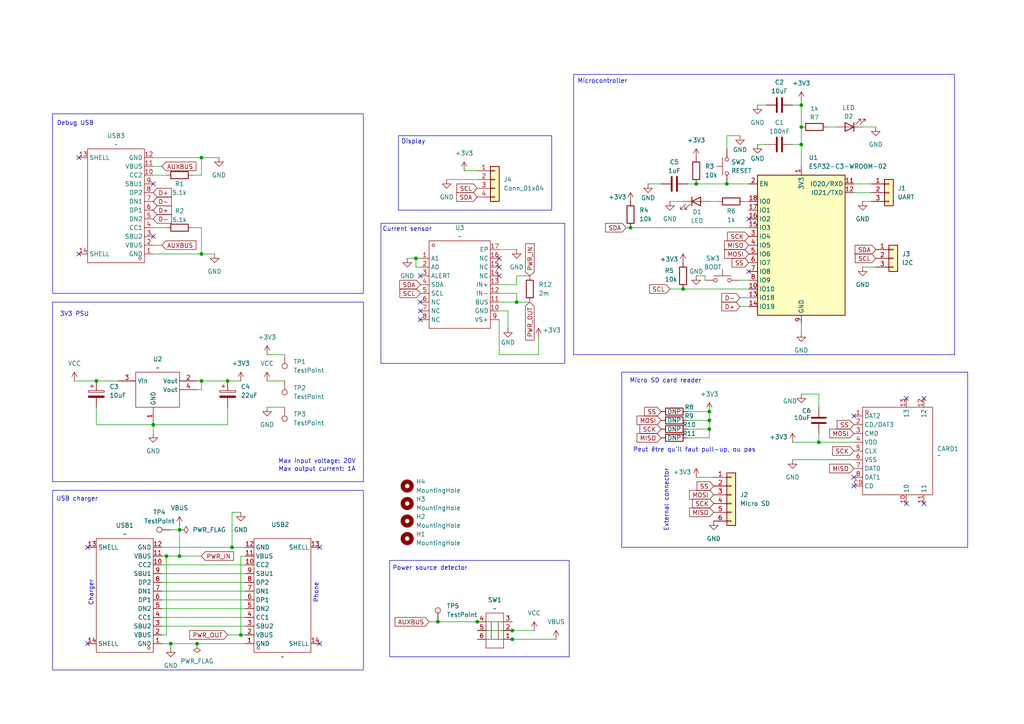
<source format=kicad_sch>
(kicad_sch (version 20250114) (generator "eeschema") (generator_version "9.0")
  (paper "A4")
  (title_block (date "2025-04-14") (company "Pierre Courbin, Gauthier Heiss, Sébastien Larinier"))
  (lib_symbols
    (symbol "Connector:TestPoint" (pin_numbers (hide yes)) (pin_names (offset 0.762) (hide yes))
      (property "Reference" "TP" (at 0 6.858 0))
      (property "Value" "TestPoint" (at 0 5.08 0))
      (symbol "TestPoint_1_1"
        (pin passive line (at 0 0 90) (length 2.54) (name "1") (number "1"))
      )
    )
    (symbol "Connector_Generic:Conn_01x03" (pin_names (offset 1.016) (hide yes))
      (property "Reference" "J" (at 0 5.08 0))
      (property "Value" "Conn_01x03" (at 0 -5.08 0))
      (symbol "Conn_01x03_1_1"
        (pin passive line (at -5.08 2.54 0) (length 3.81) (name "Pin_1") (number "1"))
        (pin passive line (at -5.08 0 0) (length 3.81) (name "Pin_2") (number "2"))
        (pin passive line (at -5.08 -2.54 0) (length 3.81) (name "Pin_3") (number "3"))
      )
    )
    (symbol "Connector_Generic:Conn_01x04" (pin_names (offset 1.016) (hide yes))
      (property "Reference" "J" (at 0 5.08 0))
      (property "Value" "Conn_01x04" (at 0 -7.62 0))
      (symbol "Conn_01x04_1_1"
        (pin passive line (at -5.08 2.54 0) (length 3.81) (name "Pin_1") (number "1"))
        (pin passive line (at -5.08 0 0) (length 3.81) (name "Pin_2") (number "2"))
        (pin passive line (at -5.08 -2.54 0) (length 3.81) (name "Pin_3") (number "3"))
        (pin passive line (at -5.08 -5.08 0) (length 3.81) (name "Pin_4") (number "4"))
      )
    )
    (symbol "Connector_Generic:Conn_01x06" (pin_names (offset 1.016) (hide yes))
      (property "Reference" "J" (at 0 7.62 0))
      (property "Value" "Conn_01x06" (at 0 -10.16 0))
      (symbol "Conn_01x06_1_1"
        (pin passive line (at -5.08 5.08 0) (length 3.81) (name "Pin_1") (number "1"))
        (pin passive line (at -5.08 2.54 0) (length 3.81) (name "Pin_2") (number "2"))
        (pin passive line (at -5.08 0 0) (length 3.81) (name "Pin_3") (number "3"))
        (pin passive line (at -5.08 -2.54 0) (length 3.81) (name "Pin_4") (number "4"))
        (pin passive line (at -5.08 -5.08 0) (length 3.81) (name "Pin_5") (number "5"))
        (pin passive line (at -5.08 -7.62 0) (length 3.81) (name "Pin_6") (number "6"))
      )
    )
    (symbol "Device:C" (pin_numbers (hide yes)) (pin_names (offset 0.254))
      (property "Reference" "C" (at 0.635 2.54 0))
      (property "Value" "C" (at 0.635 -2.54 0))
      (symbol "C_1_1"
        (pin passive line (at 0 3.81 270) (length 2.794) (name "~") (number "1"))
        (pin passive line (at 0 -3.81 90) (length 2.794) (name "~") (number "2"))
      )
    )
    (symbol "Device:C_Polarized" (pin_numbers (hide yes)) (pin_names (offset 0.254))
      (property "Reference" "C" (at 0.635 2.54 0))
      (property "Value" "C_Polarized" (at 0.635 -2.54 0))
      (symbol "C_Polarized_1_1"
        (pin passive line (at 0 3.81 270) (length 2.794) (name "~") (number "1"))
        (pin passive line (at 0 -3.81 90) (length 2.794) (name "~") (number "2"))
      )
    )
    (symbol "Device:LED" (pin_numbers (hide yes)) (pin_names (offset 1.016) (hide yes))
      (property "Reference" "D" (at 0 2.54 0))
      (property "Value" "LED" (at 0 -2.54 0))
      (symbol "LED_1_1"
        (pin passive line (at -3.81 0 0) (length 2.54) (name "K") (number "1"))
        (pin passive line (at 3.81 0 180) (length 2.54) (name "A") (number "2"))
      )
    )
    (symbol "Device:R" (pin_numbers (hide yes)) (pin_names (offset 0))
      (property "Reference" "R" (at 2.032 0 90))
      (property "Value" "R" (at 0 0 90))
      (symbol "R_1_1"
        (pin passive line (at 0 3.81 270) (length 1.27) (name "~") (number "1"))
        (pin passive line (at 0 -3.81 90) (length 1.27) (name "~") (number "2"))
      )
    )
    (symbol "LocalLib:CJT1117B-3.3"
      (property "Reference" "U" (at 0 0 0))
      (symbol "CJT1117B-3.3_1_0"
        (pin unspecified line (at -11.43 5.08 0) (length 5.08) (name "Vin") (number "3"))
        (pin unspecified line (at -1.27 -7.62 90) (length 5.08) (name "GND") (number "1"))
        (pin unspecified line (at 11.43 5.08 180) (length 5.08) (name "Vout") (number "2"))
        (pin unspecified line (at 11.43 2.54 180) (length 5.08) (name "Vout") (number "4"))
      )
    )
    (symbol "LocalLib:HOOYA MS-22D17AG2.5-B"
      (property "Reference" "SW" (at 0 0 0))
      (symbol "HOOYA MS-22D17AG2.5-B_1_0"
        (pin unspecified line (at -2.54 5.08 270) (length 2.54) (name "6") (number "6"))
        (pin unspecified line (at -2.54 -5.08 90) (length 2.54) (name "1") (number "1"))
        (pin unspecified line (at 0 5.08 270) (length 2.54) (name "5") (number "5"))
        (pin unspecified line (at 0 -5.08 90) (length 2.54) (name "2") (number "2"))
        (pin unspecified line (at 2.54 5.08 270) (length 2.54) (name "4") (number "4"))
        (pin unspecified line (at 2.54 -5.08 90) (length 2.54) (name "3") (number "3"))
      )
    )
    (symbol "LocalLib:INA230AIRGTT"
      (property "Reference" "U" (at 0 0 0))
      (symbol "INA230AIRGTT_1_0"
        (pin unspecified line (at -11.43 7.62 0) (length 2.54) (name "A1") (number "1"))
        (pin unspecified line (at -11.43 5.08 0) (length 2.54) (name "A0") (number "2"))
        (pin unspecified line (at -11.43 2.54 0) (length 2.54) (name "ALERT") (number "3"))
        (pin unspecified line (at -11.43 0 0) (length 2.54) (name "SDA") (number "4"))
        (pin unspecified line (at -11.43 -2.54 0) (length 2.54) (name "SCL") (number "5"))
        (pin unspecified line (at -11.43 -5.08 0) (length 2.54) (name "NC") (number "6"))
        (pin unspecified line (at -11.43 -7.62 0) (length 2.54) (name "NC") (number "7"))
        (pin unspecified line (at -11.43 -10.16 0) (length 2.54) (name "NC") (number "8"))
        (pin unspecified line (at 11.43 10.16 180) (length 2.54) (name "EP") (number "17"))
        (pin unspecified line (at 11.43 7.62 180) (length 2.54) (name "NC") (number "16"))
        (pin unspecified line (at 11.43 5.08 180) (length 2.54) (name "NC") (number "15"))
        (pin unspecified line (at 11.43 2.54 180) (length 2.54) (name "NC") (number "14"))
        (pin unspecified line (at 11.43 0 180) (length 2.54) (name "IN+") (number "13"))
        (pin unspecified line (at 11.43 -2.54 180) (length 2.54) (name "IN-") (number "12"))
        (pin unspecified line (at 11.43 -5.08 180) (length 2.54) (name "BUS") (number "11"))
        (pin unspecified line (at 11.43 -7.62 180) (length 2.54) (name "GND") (number "10"))
        (pin unspecified line (at 11.43 -10.16 180) (length 2.54) (name "VS+") (number "9"))
      )
    )
    (symbol "LocalLib:TF PUSH"
      (property "Reference" "CARD" (at 0 0 0))
      (symbol "TF PUSH_1_0"
        (pin unspecified line (at -10.16 10.16 0) (length 2.54) (name "DAT2") (number "1"))
        (pin unspecified line (at -10.16 7.62 0) (length 2.54) (name "CD/DAT3") (number "2"))
        (pin unspecified line (at -10.16 5.08 0) (length 2.54) (name "CMD") (number "3"))
        (pin unspecified line (at -10.16 2.54 0) (length 2.54) (name "VDD") (number "4"))
        (pin unspecified line (at -10.16 0 0) (length 2.54) (name "CLX") (number "5"))
        (pin unspecified line (at -10.16 -2.54 0) (length 2.54) (name "VSS") (number "6"))
        (pin unspecified line (at -10.16 -5.08 0) (length 2.54) (name "DAT0") (number "7"))
        (pin unspecified line (at -10.16 -7.62 0) (length 2.54) (name "DAT1") (number "8"))
        (pin unspecified line (at -10.16 -10.16 0) (length 2.54) (name "CD") (number "CD"))
        (pin unspecified line (at 5.08 15.24 270) (length 2.54) (name "13") (number "13"))
        (pin unspecified line (at 5.08 -15.24 90) (length 2.54) (name "10") (number "10"))
        (pin unspecified line (at 10.16 15.24 270) (length 2.54) (name "12") (number "12"))
        (pin unspecified line (at 10.16 -15.24 90) (length 2.54) (name "11") (number "11"))
      )
    )
    (symbol "LocalLib:TYPE-C 16PIN 2MD(073)"
      (property "Reference" "USB" (at 0 0 0))
      (symbol "TYPE-C 16PIN 2MD(073)_1_0"
        (pin unspecified line (at -11.43 13.97 0) (length 2.54) (name "GND") (number "1"))
        (pin unspecified line (at -11.43 11.43 0) (length 2.54) (name "VBUS") (number "2"))
        (pin unspecified line (at -11.43 8.89 0) (length 2.54) (name "SBU2") (number "3"))
        (pin unspecified line (at -11.43 6.35 0) (length 2.54) (name "CC1") (number "4"))
        (pin unspecified line (at -11.43 3.81 0) (length 2.54) (name "DN2") (number "5"))
        (pin unspecified line (at -11.43 1.27 0) (length 2.54) (name "DP1") (number "6"))
        (pin unspecified line (at -11.43 -1.27 0) (length 2.54) (name "DN1") (number "7"))
        (pin unspecified line (at -11.43 -3.81 0) (length 2.54) (name "DP2") (number "8"))
        (pin unspecified line (at -11.43 -6.35 0) (length 2.54) (name "SBU1") (number "9"))
        (pin unspecified line (at -11.43 -8.89 0) (length 2.54) (name "CC2") (number "10"))
        (pin unspecified line (at -11.43 -11.43 0) (length 2.54) (name "VBUS") (number "11"))
        (pin unspecified line (at -11.43 -13.97 0) (length 2.54) (name "GND") (number "12"))
        (pin unspecified line (at 10.16 13.97 180) (length 2.54) (name "SHELL") (number "14"))
        (pin unspecified line (at 10.16 -13.97 180) (length 2.54) (name "SHELL") (number "13"))
      )
    )
    (symbol "Mechanical:MountingHole" (pin_names (offset 1.016)) (exclude_from_sim yes) (in_bom no)
      (property "Reference" "H" (at 0 5.08 0))
      (property "Value" "MountingHole" (at 0 3.175 0))
    )
    (symbol "RF_Module:ESP32-C3-WROOM-02"
      (property "Reference" "U" (at -12.192 21.336 0))
      (property "Value" "ESP32-C3-WROOM-02" (at 12.192 21.336 0))
      (symbol "ESP32-C3-WROOM-02_1_1"
        (pin input line (at -15.24 17.78 0) (length 2.54) (name "EN") (number "2"))
        (pin bidirectional line (at -15.24 12.7 0) (length 2.54) (name "IO0") (number "18"))
        (pin bidirectional line (at -15.24 10.16 0) (length 2.54) (name "IO1") (number "17"))
        (pin bidirectional line (at -15.24 7.62 0) (length 2.54) (name "IO2") (number "16"))
        (pin bidirectional line (at -15.24 5.08 0) (length 2.54) (name "IO3") (number "15"))
        (pin bidirectional line (at -15.24 2.54 0) (length 2.54) (name "IO4") (number "3"))
        (pin bidirectional line (at -15.24 0 0) (length 2.54) (name "IO5") (number "4"))
        (pin bidirectional line (at -15.24 -2.54 0) (length 2.54) (name "IO6") (number "5"))
        (pin bidirectional line (at -15.24 -5.08 0) (length 2.54) (name "IO7") (number "6"))
        (pin bidirectional line (at -15.24 -7.62 0) (length 2.54) (name "IO8") (number "7"))
        (pin bidirectional line (at -15.24 -10.16 0) (length 2.54) (name "IO9") (number "8"))
        (pin bidirectional line (at -15.24 -12.7 0) (length 2.54) (name "IO10") (number "10"))
        (pin bidirectional line (at -15.24 -15.24 0) (length 2.54) (name "IO18") (number "13"))
        (pin bidirectional line (at -15.24 -17.78 0) (length 2.54) (name "IO19") (number "14"))
        (pin power_in line (at 0 22.86 270) (length 2.54) (name "3V3") (number "1"))
        (pin passive line (at 0 -22.86 90) (length 2.54) (hide yes) (name "GND") (number "19"))
        (pin power_in line (at 0 -22.86 90) (length 2.54) (name "GND") (number "9"))
        (pin bidirectional line (at 15.24 17.78 180) (length 2.54) (name "IO20/RXD") (number "11"))
        (pin bidirectional line (at 15.24 15.24 180) (length 2.54) (name "IO21/TXD") (number "12"))
      )
    )
    (symbol "Switch:SW_Push" (pin_numbers (hide yes)) (pin_names (offset 1.016) (hide yes))
      (property "Reference" "SW" (at 1.27 2.54 0))
      (property "Value" "SW_Push" (at 0 -1.524 0))
      (symbol "SW_Push_0_1"
        (pin passive line (at -5.08 0 0) (length 2.54) (name "1") (number "1"))
        (pin passive line (at 5.08 0 180) (length 2.54) (name "2") (number "2"))
      )
    )
    (symbol "power:+3V3" (power) (pin_numbers (hide yes)) (pin_names (offset 0) (hide yes))
      (property "Value" "+3V3" (at 0 3.556 0))
      (symbol "+3V3_1_1"
        (pin power_in line (at 0 0 90) (length 0) (name "~") (number "1"))
      )
    )
    (symbol "power:GND" (power) (pin_numbers (hide yes)) (pin_names (offset 0) (hide yes))
      (property "Value" "GND" (at 0 -3.81 0))
      (symbol "GND_1_1"
        (pin power_in line (at 0 0 270) (length 0) (name "~") (number "1"))
      )
    )
    (symbol "power:PWR_FLAG" (power) (pin_numbers (hide yes)) (pin_names (offset 0) (hide yes))
      (property "Value" "PWR_FLAG" (at 0 3.81 0))
      (symbol "PWR_FLAG_0_0"
        (pin power_out line (at 0 0 90) (length 0) (name "~") (number "1"))
      )
    )
    (symbol "power:VBUS" (power) (pin_numbers (hide yes)) (pin_names (offset 0) (hide yes))
      (property "Value" "VBUS" (at 0 3.556 0))
      (symbol "VBUS_1_1"
        (pin power_in line (at 0 0 90) (length 0) (name "~") (number "1"))
      )
    )
    (symbol "power:VCC" (power) (pin_numbers (hide yes)) (pin_names (offset 0) (hide yes))
      (property "Value" "VCC" (at 0 3.556 0))
      (symbol "VCC_1_1"
        (pin power_in line (at 0 0 90) (length 0) (name "~") (number "1"))
      )
    )
  )
  (rectangle (start 166.37 21.59) (end 276.86 102.87))
  (rectangle (start 15.24 87.63) (end 105.41 139.7))
  (rectangle (start 15.24 142.24) (end 105.41 194.31))
  (rectangle (start 115.57 39.37) (end 160.02 60.96))
  (rectangle (start 110.49 64.77) (end 163.83 105.41))
  (rectangle (start 180.34 107.95) (end 280.67 158.75))
  (rectangle (start 15.24 33.02) (end 105.41 85.09))
  (rectangle (start 113.03 162.56) (end 165.1 190.5))
  (text "Max input voltage: 20V" (at 91.948 133.858 0) (effects (font (size 1.27 1.27))))
  (text "Current sensor" (at 118.11 66.548 0) (effects (font (size 1.27 1.27))))
  (text "Micro SD card reader" (at 193.04 110.49 0) (effects (font (size 1.27 1.27))))
  (text "3V3 PSU" (at 21.59 91.186 0) (effects (font (size 1.27 1.27))))
  (text "Display" (at 119.888 41.148 0) (effects (font (size 1.27 1.27))))
  (text "Power source detector" (at 124.714 164.846 0) (effects (font (size 1.27 1.27))))
  (text "Microcontroller" (at 174.752 23.622 0) (effects (font (size 1.27 1.27))))
  (text "External connector" (at 193.294 145.034 90) (effects (font (size 1.27 1.27))))
  (text "USB charger" (at 22.352 144.78 0) (effects (font (size 1.27 1.27))))
  (text "Phone" (at 91.694 171.958 90) (effects (font (size 1.27 1.27))))
  (text "Peut être qu'il faut pull-up, ou pas" (at 201.422 130.556 0) (effects (font (size 1.27 1.27))))
  (text "Debug USB" (at 21.844 35.814 0) (effects (font (size 1.27 1.27))))
  (text "Charger" (at 26.416 171.958 90) (effects (font (size 1.27 1.27))))
  (text "Max output current: 1A" (at 91.948 136.144 0) (effects (font (size 1.27 1.27))))
  (junction (at 148.59 185.42))
  (junction (at 198.12 83.82))
  (junction (at 49.53 186.69))
  (junction (at 205.74 121.92))
  (junction (at 52.07 153.67))
  (junction (at 201.93 53.34))
  (junction (at 232.41 41.91))
  (junction (at 48.26 161.29))
  (junction (at 69.85 184.15))
  (junction (at 149.86 87.63))
  (junction (at 237.49 128.27))
  (junction (at 52.07 161.29))
  (junction (at 232.41 36.83))
  (junction (at 58.42 110.49))
  (junction (at 205.74 124.46))
  (junction (at 27.94 110.49))
  (junction (at 232.41 30.48))
  (junction (at 66.04 110.49))
  (junction (at 44.45 123.19))
  (junction (at 58.42 73.66))
  (junction (at 120.65 74.93))
  (junction (at 58.42 45.72))
  (junction (at 210.82 53.34))
  (junction (at 148.59 182.88))
  (junction (at 127 180.34))
  (junction (at 67.31 158.75))
  (junction (at 138.43 180.34))
  (junction (at 57.15 186.69))
  (junction (at 205.74 119.38))
  (junction (at 182.88 66.04))
  (no_connect (at 44.45 53.34))
  (no_connect (at 92.71 186.69))
  (no_connect (at 217.17 63.5))
  (no_connect (at 44.45 68.58))
  (no_connect (at 144.78 77.47))
  (no_connect (at 267.97 146.05))
  (no_connect (at 247.65 120.65))
  (no_connect (at 121.92 80.01))
  (no_connect (at 121.92 90.17))
  (no_connect (at 262.89 115.57))
  (no_connect (at 217.17 78.74))
  (no_connect (at 247.65 140.97))
  (no_connect (at 262.89 146.05))
  (no_connect (at 22.86 45.72))
  (no_connect (at 22.86 73.66))
  (no_connect (at 144.78 80.01))
  (no_connect (at 267.97 115.57))
  (no_connect (at 92.71 158.75))
  (no_connect (at 247.65 138.43))
  (no_connect (at 121.92 87.63))
  (no_connect (at 144.78 74.93))
  (no_connect (at 25.4 186.69))
  (no_connect (at 25.4 158.75))
  (no_connect (at 121.92 92.71))
  (wire (pts (xy 147.32 90.17) (xy 147.32 95.25)))
  (wire (pts (xy 138.43 180.34) (xy 148.59 180.34)))
  (wire (pts (xy 44.45 45.72) (xy 58.42 45.72)))
  (wire (pts (xy 199.39 53.34) (xy 201.93 53.34)))
  (wire (pts (xy 118.11 74.93) (xy 120.65 74.93)))
  (wire (pts (xy 46.99 171.45) (xy 71.12 171.45)))
  (wire (pts (xy 205.74 121.92) (xy 205.74 119.38)))
  (wire (pts (xy 182.88 66.04) (xy 217.17 66.04)))
  (wire (pts (xy 138.43 182.88) (xy 148.59 182.88)))
  (wire (pts (xy 69.85 161.29) (xy 69.85 184.15)))
  (wire (pts (xy 121.92 77.47) (xy 120.65 77.47)))
  (wire (pts (xy 49.53 186.69) (xy 57.15 186.69)))
  (wire (pts (xy 44.45 50.8) (xy 48.26 50.8)))
  (wire (pts (xy 134.62 49.53) (xy 138.43 49.53)))
  (wire (pts (xy 215.9 58.42) (xy 217.17 58.42)))
  (wire (pts (xy 46.99 186.69) (xy 49.53 186.69)))
  (wire (pts (xy 232.41 29.21) (xy 232.41 30.48)))
  (wire (pts (xy 52.07 152.4) (xy 52.07 153.67)))
  (wire (pts (xy 144.78 90.17) (xy 147.32 90.17)))
  (wire (pts (xy 247.65 55.88) (xy 252.73 55.88)))
  (wire (pts (xy 58.42 73.66) (xy 62.23 73.66)))
  (wire (pts (xy 44.45 48.26) (xy 46.99 48.26)))
  (wire (pts (xy 46.99 161.29) (xy 48.26 161.29)))
  (wire (pts (xy 46.99 184.15) (xy 48.26 184.15)))
  (wire (pts (xy 229.87 30.48) (xy 232.41 30.48)))
  (wire (pts (xy 148.59 185.42) (xy 161.29 185.42)))
  (wire (pts (xy 250.19 58.42) (xy 252.73 58.42)))
  (wire (pts (xy 58.42 66.04) (xy 58.42 73.66)))
  (wire (pts (xy 237.49 125.73) (xy 237.49 128.27)))
  (wire (pts (xy 250.19 36.83) (xy 254 36.83)))
  (wire (pts (xy 46.99 168.91) (xy 71.12 168.91)))
  (wire (pts (xy 46.99 163.83) (xy 71.12 163.83)))
  (wire (pts (xy 46.99 181.61) (xy 71.12 181.61)))
  (wire (pts (xy 229.87 41.91) (xy 232.41 41.91)))
  (wire (pts (xy 201.93 53.34) (xy 210.82 53.34)))
  (wire (pts (xy 44.45 123.19) (xy 44.45 125.73)))
  (wire (pts (xy 55.88 66.04) (xy 58.42 66.04)))
  (wire (pts (xy 205.74 58.42) (xy 208.28 58.42)))
  (wire (pts (xy 149.86 80.01) (xy 153.67 80.01)))
  (wire (pts (xy 58.42 110.49) (xy 66.04 110.49)))
  (wire (pts (xy 149.86 85.09) (xy 149.86 87.63)))
  (wire (pts (xy 52.07 161.29) (xy 58.42 161.29)))
  (wire (pts (xy 144.78 82.55) (xy 149.86 82.55)))
  (wire (pts (xy 232.41 30.48) (xy 232.41 36.83)))
  (wire (pts (xy 149.86 87.63) (xy 153.67 87.63)))
  (wire (pts (xy 149.86 82.55) (xy 149.86 80.01)))
  (wire (pts (xy 198.12 83.82) (xy 217.17 83.82)))
  (wire (pts (xy 229.87 133.35) (xy 247.65 133.35)))
  (wire (pts (xy 77.47 110.49) (xy 82.55 110.49)))
  (wire (pts (xy 46.99 176.53) (xy 71.12 176.53)))
  (wire (pts (xy 187.96 53.34) (xy 191.77 53.34)))
  (wire (pts (xy 144.78 92.71) (xy 144.78 102.87)))
  (wire (pts (xy 205.74 127) (xy 205.74 124.46)))
  (wire (pts (xy 247.65 53.34) (xy 252.73 53.34)))
  (wire (pts (xy 199.39 124.46) (xy 205.74 124.46)))
  (wire (pts (xy 49.53 153.67) (xy 52.07 153.67)))
  (wire (pts (xy 129.54 52.07) (xy 138.43 52.07)))
  (wire (pts (xy 57.15 110.49) (xy 58.42 110.49)))
  (wire (pts (xy 44.45 66.04) (xy 48.26 66.04)))
  (wire (pts (xy 49.53 186.69) (xy 49.53 187.96)))
  (wire (pts (xy 138.43 185.42) (xy 148.59 185.42)))
  (wire (pts (xy 219.71 30.48) (xy 222.25 30.48)))
  (wire (pts (xy 77.47 102.87) (xy 82.55 102.87)))
  (wire (pts (xy 181.61 66.04) (xy 182.88 66.04)))
  (wire (pts (xy 214.63 88.9) (xy 217.17 88.9)))
  (wire (pts (xy 210.82 43.18) (xy 210.82 39.37)))
  (wire (pts (xy 199.39 119.38) (xy 205.74 119.38)))
  (wire (pts (xy 21.59 110.49) (xy 27.94 110.49)))
  (wire (pts (xy 201.93 138.43) (xy 207.01 138.43)))
  (wire (pts (xy 214.63 81.28) (xy 217.17 81.28)))
  (wire (pts (xy 71.12 161.29) (xy 69.85 161.29)))
  (wire (pts (xy 58.42 113.03) (xy 58.42 110.49)))
  (wire (pts (xy 240.03 36.83) (xy 242.57 36.83)))
  (wire (pts (xy 232.41 36.83) (xy 232.41 41.91)))
  (wire (pts (xy 237.49 114.3) (xy 237.49 118.11)))
  (wire (pts (xy 69.85 148.59) (xy 67.31 148.59)))
  (wire (pts (xy 57.15 186.69) (xy 71.12 186.69)))
  (wire (pts (xy 194.31 58.42) (xy 198.12 58.42)))
  (wire (pts (xy 214.63 86.36) (xy 217.17 86.36)))
  (wire (pts (xy 46.99 166.37) (xy 71.12 166.37)))
  (wire (pts (xy 66.04 123.19) (xy 44.45 123.19)))
  (wire (pts (xy 219.71 41.91) (xy 222.25 41.91)))
  (wire (pts (xy 144.78 72.39) (xy 149.86 72.39)))
  (wire (pts (xy 58.42 50.8) (xy 58.42 45.72)))
  (wire (pts (xy 66.04 118.11) (xy 66.04 123.19)))
  (wire (pts (xy 205.74 124.46) (xy 205.74 121.92)))
  (wire (pts (xy 46.99 71.12) (xy 44.45 71.12)))
  (wire (pts (xy 250.19 77.47) (xy 254 77.47)))
  (wire (pts (xy 55.88 50.8) (xy 58.42 50.8)))
  (wire (pts (xy 237.49 114.3) (xy 232.41 114.3)))
  (wire (pts (xy 66.04 184.15) (xy 69.85 184.15)))
  (wire (pts (xy 46.99 173.99) (xy 71.12 173.99)))
  (wire (pts (xy 120.65 77.47) (xy 120.65 74.93)))
  (wire (pts (xy 194.31 83.82) (xy 198.12 83.82)))
  (wire (pts (xy 144.78 102.87) (xy 156.21 102.87)))
  (wire (pts (xy 69.85 184.15) (xy 71.12 184.15)))
  (wire (pts (xy 66.04 110.49) (xy 69.85 110.49)))
  (wire (pts (xy 48.26 184.15) (xy 48.26 161.29)))
  (wire (pts (xy 52.07 153.67) (xy 52.07 161.29)))
  (wire (pts (xy 58.42 45.72) (xy 63.5 45.72)))
  (wire (pts (xy 77.47 118.11) (xy 82.55 118.11)))
  (wire (pts (xy 57.15 113.03) (xy 58.42 113.03)))
  (wire (pts (xy 144.78 87.63) (xy 149.86 87.63)))
  (wire (pts (xy 46.99 158.75) (xy 67.31 158.75)))
  (wire (pts (xy 204.47 81.28) (xy 204.47 80.01)))
  (wire (pts (xy 48.26 161.29) (xy 52.07 161.29)))
  (wire (pts (xy 229.87 128.27) (xy 237.49 128.27)))
  (wire (pts (xy 127 180.34) (xy 138.43 180.34)))
  (wire (pts (xy 232.41 93.98) (xy 232.41 96.52)))
  (wire (pts (xy 232.41 41.91) (xy 232.41 48.26)))
  (wire (pts (xy 67.31 158.75) (xy 71.12 158.75)))
  (wire (pts (xy 144.78 85.09) (xy 149.86 85.09)))
  (wire (pts (xy 156.21 102.87) (xy 156.21 97.79)))
  (wire (pts (xy 124.46 180.34) (xy 127 180.34)))
  (wire (pts (xy 44.45 73.66) (xy 58.42 73.66)))
  (wire (pts (xy 210.82 53.34) (xy 217.17 53.34)))
  (wire (pts (xy 199.39 121.92) (xy 205.74 121.92)))
  (wire (pts (xy 46.99 179.07) (xy 71.12 179.07)))
  (wire (pts (xy 27.94 110.49) (xy 34.29 110.49)))
  (wire (pts (xy 27.94 123.19) (xy 44.45 123.19)))
  (wire (pts (xy 27.94 118.11) (xy 27.94 123.19)))
  (wire (pts (xy 204.47 80.01) (xy 201.93 80.01)))
  (wire (pts (xy 199.39 127) (xy 205.74 127)))
  (wire (pts (xy 67.31 148.59) (xy 67.31 158.75)))
  (wire (pts (xy 148.59 182.88) (xy 154.94 182.88)))
  (wire (pts (xy 237.49 128.27) (xy 247.65 128.27)))
  (wire (pts (xy 120.65 74.93) (xy 121.92 74.93)))
  (wire (pts (xy 210.82 39.37) (xy 214.63 39.37)))
  (global_label "SS" (shape input) (at 217.17 76.2 180) (property "Intersheetrefs" "${INTERSHEET_REFS}" (effects (hide yes))))
  (global_label "SCK" (shape input) (at 191.77 124.46 180) (property "Intersheetrefs" "${INTERSHEET_REFS}" (effects (hide yes))))
  (global_label "SCK" (shape input) (at 217.17 68.58 180) (property "Intersheetrefs" "${INTERSHEET_REFS}" (effects (hide yes))))
  (global_label "SDA" (shape input) (at 254 72.39 180) (property "Intersheetrefs" "${INTERSHEET_REFS}" (effects (hide yes))))
  (global_label "SS" (shape input) (at 191.77 119.38 180) (property "Intersheetrefs" "${INTERSHEET_REFS}" (effects (hide yes))))
  (global_label "SCL" (shape input) (at 138.43 54.61 180) (property "Intersheetrefs" "${INTERSHEET_REFS}" (effects (hide yes))))
  (global_label "AUXBUS" (shape input) (at 46.99 71.12 0) (property "Intersheetrefs" "${INTERSHEET_REFS}" (effects (hide yes))))
  (global_label "PWR_OUT" (shape input) (at 66.04 184.15 180) (property "Intersheetrefs" "${INTERSHEET_REFS}" (effects (hide yes))))
  (global_label "MISO" (shape input) (at 247.65 135.89 180) (property "Intersheetrefs" "${INTERSHEET_REFS}" (effects (hide yes))))
  (global_label "SDA" (shape input) (at 181.61 66.04 180) (property "Intersheetrefs" "${INTERSHEET_REFS}" (effects (hide yes))))
  (global_label "SS" (shape input) (at 207.01 140.97 180) (property "Intersheetrefs" "${INTERSHEET_REFS}" (effects (hide yes))))
  (global_label "MOSI" (shape input) (at 217.17 73.66 180) (property "Intersheetrefs" "${INTERSHEET_REFS}" (effects (hide yes))))
  (global_label "MOSI" (shape input) (at 247.65 125.73 180) (property "Intersheetrefs" "${INTERSHEET_REFS}" (effects (hide yes))))
  (global_label "MOSI" (shape input) (at 207.01 143.51 180) (property "Intersheetrefs" "${INTERSHEET_REFS}" (effects (hide yes))))
  (global_label "AUXBUS" (shape input) (at 124.46 180.34 180) (property "Intersheetrefs" "${INTERSHEET_REFS}" (effects (hide yes))))
  (global_label "SDA" (shape input) (at 138.43 57.15 180) (property "Intersheetrefs" "${INTERSHEET_REFS}" (effects (hide yes))))
  (global_label "D+" (shape input) (at 214.63 88.9 180) (property "Intersheetrefs" "${INTERSHEET_REFS}" (effects (hide yes))))
  (global_label "SCL" (shape input) (at 194.31 83.82 180) (property "Intersheetrefs" "${INTERSHEET_REFS}" (effects (hide yes))))
  (global_label "D-" (shape input) (at 44.45 63.5 0) (property "Intersheetrefs" "${INTERSHEET_REFS}" (effects (hide yes))))
  (global_label "PWR_OUT" (shape input) (at 153.67 87.63 270) (property "Intersheetrefs" "${INTERSHEET_REFS}" (effects (hide yes))))
  (global_label "SS" (shape input) (at 247.65 123.19 180) (property "Intersheetrefs" "${INTERSHEET_REFS}" (effects (hide yes))))
  (global_label "D+" (shape input) (at 44.45 55.88 0) (property "Intersheetrefs" "${INTERSHEET_REFS}" (effects (hide yes))))
  (global_label "SCL" (shape input) (at 254 74.93 180) (property "Intersheetrefs" "${INTERSHEET_REFS}" (effects (hide yes))))
  (global_label "D-" (shape input) (at 44.45 58.42 0) (property "Intersheetrefs" "${INTERSHEET_REFS}" (effects (hide yes))))
  (global_label "MISO" (shape input) (at 191.77 127 180) (property "Intersheetrefs" "${INTERSHEET_REFS}" (effects (hide yes))))
  (global_label "AUXBUS" (shape input) (at 46.99 48.26 0) (property "Intersheetrefs" "${INTERSHEET_REFS}" (effects (hide yes))))
  (global_label "SCK" (shape input) (at 207.01 146.05 180) (property "Intersheetrefs" "${INTERSHEET_REFS}" (effects (hide yes))))
  (global_label "SDA" (shape input) (at 121.92 82.55 180) (property "Intersheetrefs" "${INTERSHEET_REFS}" (effects (hide yes))))
  (global_label "D+" (shape input) (at 44.45 60.96 0) (property "Intersheetrefs" "${INTERSHEET_REFS}" (effects (hide yes))))
  (global_label "PWR_IN" (shape input) (at 153.67 80.01 90) (property "Intersheetrefs" "${INTERSHEET_REFS}" (effects (hide yes))))
  (global_label "SCL" (shape input) (at 121.92 85.09 180) (property "Intersheetrefs" "${INTERSHEET_REFS}" (effects (hide yes))))
  (global_label "D-" (shape input) (at 214.63 86.36 180) (property "Intersheetrefs" "${INTERSHEET_REFS}" (effects (hide yes))))
  (global_label "PWR_IN" (shape input) (at 58.42 161.29 0) (property "Intersheetrefs" "${INTERSHEET_REFS}" (effects (hide yes))))
  (global_label "MOSI" (shape input) (at 191.77 121.92 180) (property "Intersheetrefs" "${INTERSHEET_REFS}" (effects (hide yes))))
  (global_label "MISO" (shape input) (at 207.01 148.59 180) (property "Intersheetrefs" "${INTERSHEET_REFS}" (effects (hide yes))))
  (global_label "SCK" (shape input) (at 247.65 130.81 180) (property "Intersheetrefs" "${INTERSHEET_REFS}" (effects (hide yes))))
  (global_label "MISO" (shape input) (at 217.17 71.12 180) (property "Intersheetrefs" "${INTERSHEET_REFS}" (effects (hide yes))))
  (symbol (lib_id "Connector:TestPoint") (at 127 180.34 0) (unit 1)
    (property "Reference" "TP5" (at 129.54 175.7679 0) (effects (justify left)))
    (property "Value" "TestPoint" (at 129.54 178.3079 0) (effects (justify left)))
    (property "Footprint" "TestPoint:TestPoint_Pad_D2.0mm" (effects (hide yes)))
    (property "Description" "test point" (effects (hide yes)))
  )
  (symbol (lib_id "Connector_Generic:Conn_01x06") (at 212.09 143.51 0) (unit 1)
    (property "Reference" "J2" (at 214.63 143.5099 0) (effects (justify left)))
    (property "Value" "Micro SD" (at 214.63 146.0499 0) (effects (justify left)))
    (property "Footprint" "Connector_PinSocket_2.54mm:PinSocket_1x06_P2.54mm_Vertical_SMD_Pin1Left" (effects (hide yes)))
    (property "Description" "Generic connector, single row, 01x06, script generated (kicad-library-utils/schlib/autogen/connector/)" (effects (hide yes)))
  )
  (symbol (lib_id "power:GND") (at 149.86 72.39 0) (unit 1)
    (property "Reference" "#PWR039" (effects (hide yes)))
    (property "Value" "GND" (at 149.86 77.47 0))
    (property "Description" "Power symbol creates a global label with name \"GND\" , ground" (effects (hide yes)))
  )
  (symbol (lib_id "Device:R") (at 52.07 66.04 90) (unit 1)
    (property "Reference" "R2" (at 52.07 61.214 90))
    (property "Value" "5.1k" (at 52.07 63.754 90))
    (property "Footprint" "Resistor_SMD:R_0603_1608Metric_Pad0.98x0.95mm_HandSolder" (effects (hide yes)))
    (property "Description" "Resistor" (effects (hide yes)))
  )
  (symbol (lib_id "Connector:TestPoint") (at 82.55 102.87 180) (unit 1)
    (property "Reference" "TP1" (at 85.09 104.9019 0) (effects (justify right)))
    (property "Value" "TestPoint" (at 85.09 107.4419 0) (effects (justify right)))
    (property "Footprint" "TestPoint:TestPoint_Pad_D2.0mm" (effects (hide yes)))
    (property "Description" "test point" (effects (hide yes)))
  )
  (symbol (lib_id "power:GND") (at 77.47 118.11 0) (unit 1)
    (property "Reference" "#PWR06" (effects (hide yes)))
    (property "Value" "GND" (at 77.47 123.19 0))
    (property "Description" "Power symbol creates a global label with name \"GND\" , ground" (effects (hide yes)))
  )
  (symbol (lib_id "power:GND") (at 194.31 58.42 0) (unit 1)
    (property "Reference" "#PWR025" (effects (hide yes)))
    (property "Value" "GND" (at 194.31 63.5 0))
    (property "Description" "Power symbol creates a global label with name \"GND\" , ground" (effects (hide yes)))
  )
  (symbol (lib_id "power:GND") (at 250.19 58.42 0) (unit 1)
    (property "Reference" "#PWR021" (effects (hide yes)))
    (property "Value" "GND" (at 250.19 63.5 0))
    (property "Description" "Power symbol creates a global label with name \"GND\" , ground" (effects (hide yes)))
  )
  (symbol (lib_id "LocalLib:TF PUSH") (at 257.81 130.81 0) (unit 1)
    (property "Reference" "CARD1" (at 271.78 130.1749 0) (effects (justify left)))
    (property "Value" "~" (at 271.78 132.08 0) (effects (justify left)))
    (property "Footprint" "LocalLib:TF-SMD_TF-PUSH" (effects (hide yes)))
    (property "Datasheet" "https://atta.szlcsc.com/upload/public/pdf/source/20191011/C393941_0DDD896EE907FEB750D8B7B8982E2A67.pdf" (effects (hide yes)))
    (property "Description" "Card Connection Mode:Self-bouncing Card Type:MicroSD card (TF card) Connector Type:Card Slot Additional Card Detection Pins:None Supplementary Features:- Maximum Body Height:2mm Operating Temperature Range:-20°C~+90°C Operating Temperature Range:-20°C~+90°C" (effects (hide yes)))
    (property "Manufacturer Part" "TF PUSH" (effects (hide yes)))
    (property "Manufacturer" "SHOU HAN(首韩)" (effects (hide yes)))
    (property "Supplier Part" "C393941" (effects (hide yes)))
    (property "Supplier" "LCSC" (effects (hide yes)))
    (property "LCSC Part Name" "自弹式 MicroSD卡(TF卡) 卡座" (effects (hide yes)))
  )
  (symbol (lib_id "power:GND") (at 187.96 53.34 0) (unit 1)
    (property "Reference" "#PWR019" (effects (hide yes)))
    (property "Value" "GND" (at 187.96 57.404 0))
    (property "Description" "Power symbol creates a global label with name \"GND\" , ground" (effects (hide yes)))
  )
  (symbol (lib_id "power:+3V3") (at 156.21 97.79 0) (unit 1)
    (property "Reference" "#PWR037" (effects (hide yes)))
    (property "Value" "+3V3" (at 160.02 95.758 0))
    (property "Description" "Power symbol creates a global label with name \"+3V3\"" (effects (hide yes)))
  )
  (symbol (lib_id "Device:R") (at 201.93 49.53 0) (unit 1)
    (property "Reference" "R3" (at 204.47 48.2599 0) (effects (justify left)))
    (property "Value" "10k" (at 204.47 50.7999 0) (effects (justify left)))
    (property "Footprint" "Resistor_SMD:R_0603_1608Metric_Pad0.98x0.95mm_HandSolder" (effects (hide yes)))
    (property "Description" "Resistor" (effects (hide yes)))
  )
  (symbol (lib_id "Device:R") (at 236.22 36.83 270) (unit 1)
    (property "Reference" "R7" (at 236.22 34.036 90))
    (property "Value" "1k" (at 236.22 31.496 90))
    (property "Footprint" "Resistor_SMD:R_0603_1608Metric_Pad0.98x0.95mm_HandSolder" (effects (hide yes)))
    (property "Description" "Resistor" (effects (hide yes)))
  )
  (symbol (lib_id "Device:R") (at 195.58 124.46 90) (unit 1)
    (property "Reference" "R10" (at 199.898 123.19 90))
    (property "Value" "DNP" (at 195.58 124.46 90))
    (property "Footprint" "Resistor_SMD:R_0603_1608Metric_Pad0.98x0.95mm_HandSolder" (effects (hide yes)))
    (property "Description" "Resistor" (effects (hide yes)))
  )
  (symbol (lib_id "power:+3V3") (at 229.87 128.27 0) (unit 1)
    (property "Reference" "#PWR027" (effects (hide yes)))
    (property "Value" "+3V3" (at 225.806 126.746 0))
    (property "Description" "Power symbol creates a global label with name \"+3V3\"" (effects (hide yes)))
  )
  (symbol (lib_id "power:+3V3") (at 198.12 76.2 0) (unit 1)
    (property "Reference" "#PWR023" (effects (hide yes)))
    (property "Value" "+3V3" (at 194.056 75.184 0))
    (property "Description" "Power symbol creates a global label with name \"+3V3\"" (effects (hide yes)))
  )
  (symbol (lib_id "power:GND") (at 232.41 114.3 0) (unit 1)
    (property "Reference" "#PWR029" (effects (hide yes)))
    (property "Value" "GND" (at 229.108 116.332 0))
    (property "Description" "Power symbol creates a global label with name \"GND\" , ground" (effects (hide yes)))
  )
  (symbol (lib_id "Mechanical:MountingHole") (at 118.11 156.21 0) (unit 1) (exclude_from_sim yes) (in_bom no)
    (property "Reference" "H1" (at 120.65 154.9399 0) (effects (justify left)))
    (property "Value" "MountingHole" (at 120.65 157.4799 0) (effects (justify left)))
    (property "Footprint" "MountingHole:MountingHole_3.2mm_M3" (effects (hide yes)))
    (property "Description" "Mounting Hole without connection" (effects (hide yes)))
  )
  (symbol (lib_id "Device:C") (at 195.58 53.34 270) (unit 1)
    (property "Reference" "C5" (at 195.58 46.99 90))
    (property "Value" "1uF" (at 195.58 49.53 90))
    (property "Footprint" "Capacitor_SMD:C_0603_1608Metric_Pad1.08x0.95mm_HandSolder" (effects (hide yes)))
    (property "Description" "Unpolarized capacitor" (effects (hide yes)))
  )
  (symbol (lib_id "power:GND") (at 232.41 96.52 0) (unit 1)
    (property "Reference" "#PWR015" (effects (hide yes)))
    (property "Value" "GND" (at 232.41 101.6 0))
    (property "Description" "Power symbol creates a global label with name \"GND\" , ground" (effects (hide yes)))
  )
  (symbol (lib_id "power:VBUS") (at 52.07 152.4 0) (unit 1)
    (property "Reference" "#PWR01" (effects (hide yes)))
    (property "Value" "VBUS" (at 52.07 147.32 0))
    (property "Description" "Power symbol creates a global label with name \"VBUS\"" (effects (hide yes)))
  )
  (symbol (lib_id "power:GND") (at 44.45 125.73 0) (unit 1)
    (property "Reference" "#PWR03" (effects (hide yes)))
    (property "Value" "GND" (at 44.45 130.81 0))
    (property "Description" "Power symbol creates a global label with name \"GND\" , ground" (effects (hide yes)))
  )
  (symbol (lib_id "Device:LED") (at 201.93 58.42 0) (unit 1)
    (property "Reference" "D1" (at 202.184 61.468 0))
    (property "Value" "LED" (at 202.184 64.008 0))
    (property "Footprint" "LED_SMD:LED_0603_1608Metric_Pad1.05x0.95mm_HandSolder" (effects (hide yes)))
    (property "Description" "Light emitting diode" (effects (hide yes)))
    (property "Sim.Pins" "1=K 2=A" (effects (hide yes)))
  )
  (symbol (lib_id "Connector_Generic:Conn_01x03") (at 259.08 74.93 0) (unit 1)
    (property "Reference" "J3" (at 261.62 73.6599 0) (effects (justify left)))
    (property "Value" "I2C" (at 261.62 76.1999 0) (effects (justify left)))
    (property "Footprint" "Connector_PinSocket_2.54mm:PinSocket_1x03_P2.54mm_Vertical_SMD_Pin1Right" (effects (hide yes)))
    (property "Description" "Generic connector, single row, 01x03, script generated (kicad-library-utils/schlib/autogen/connector/)" (effects (hide yes)))
  )
  (symbol (lib_id "LocalLib:TYPE-C 16PIN 2MD(073)") (at 82.55 172.72 0) (mirror x) (unit 1)
    (property "Reference" "USB2" (at 81.28 152.146 0))
    (property "Value" "~" (at 81.915 190.5 0))
    (property "Footprint" "LocalLib:USB-C-SMD_TYPE-C-6PIN-2MD-073" (effects (hide yes)))
    (property "Datasheet" "https://atta.szlcsc.com/upload/public/pdf/source/20211123/39B17C16241EAC15C5E277BDA434118E.pdf" (effects (hide yes)))
    (property "Description" "Connector Type:Type-C Standard:USB 3.1 Gender:Female Mounting Style:Horizontal attachment Number of Contacts:16P Number of Ports:1 Current Rating - Power (Max):5A Operating Temperature Range:-25°C~+85°C Operating Temperature Range:-25°C~+85°C Rated Voltage (M" (effects (hide yes)))
    (property "Manufacturer Part" "TYPE-C 16PIN 2MD(073)" (effects (hide yes)))
    (property "Manufacturer" "SHOU HAN(首韩)" (effects (hide yes)))
    (property "Supplier Part" "C2765186" (effects (hide yes)))
    (property "Supplier" "LCSC" (effects (hide yes)))
    (property "LCSC Part Name" "Type-C 母 卧贴" (effects (hide yes)))
  )
  (symbol (lib_id "power:GND") (at 219.71 30.48 0) (unit 1)
    (property "Reference" "#PWR017" (effects (hide yes)))
    (property "Value" "GND" (at 219.71 35.56 0))
    (property "Description" "Power symbol creates a global label with name \"GND\" , ground" (effects (hide yes)))
  )
  (symbol (lib_id "Device:R") (at 195.58 121.92 90) (unit 1)
    (property "Reference" "R9" (at 199.898 120.65 90))
    (property "Value" "DNP" (at 195.58 121.92 90))
    (property "Footprint" "Resistor_SMD:R_0603_1608Metric_Pad0.98x0.95mm_HandSolder" (effects (hide yes)))
    (property "Description" "Resistor" (effects (hide yes)))
  )
  (symbol (lib_id "Connector:TestPoint") (at 82.55 118.11 180) (unit 1)
    (property "Reference" "TP3" (at 85.09 120.1419 0) (effects (justify right)))
    (property "Value" "TestPoint" (at 85.09 122.6819 0) (effects (justify right)))
    (property "Footprint" "TestPoint:TestPoint_Pad_D2.0mm" (effects (hide yes)))
    (property "Description" "test point" (effects (hide yes)))
  )
  (symbol (lib_id "power:GND") (at 250.19 77.47 0) (unit 1)
    (property "Reference" "#PWR033" (effects (hide yes)))
    (property "Value" "GND" (at 250.19 82.55 0))
    (property "Description" "Power symbol creates a global label with name \"GND\" , ground" (effects (hide yes)))
  )
  (symbol (lib_id "power:GND") (at 62.23 73.66 0) (unit 1)
    (property "Reference" "#PWR08" (effects (hide yes)))
    (property "Value" "GND" (at 62.23 78.74 0))
    (property "Description" "Power symbol creates a global label with name \"GND\" , ground" (effects (hide yes)))
  )
  (symbol (lib_id "power:GND") (at 201.93 80.01 0) (unit 1)
    (property "Reference" "#PWR024" (effects (hide yes)))
    (property "Value" "GND" (at 201.93 78.74 0))
    (property "Description" "Power symbol creates a global label with name \"GND\" , ground" (effects (hide yes)))
  )
  (symbol (lib_id "Connector:TestPoint") (at 82.55 110.49 180) (unit 1)
    (property "Reference" "TP2" (at 85.09 112.5219 0) (effects (justify right)))
    (property "Value" "TestPoint" (at 85.09 115.0619 0) (effects (justify right)))
    (property "Footprint" "TestPoint:TestPoint_Pad_D2.0mm" (effects (hide yes)))
    (property "Description" "test point" (effects (hide yes)))
  )
  (symbol (lib_id "Device:C") (at 226.06 30.48 270) (unit 1)
    (property "Reference" "C2" (at 226.06 23.876 90))
    (property "Value" "10uF" (at 226.06 26.416 90))
    (property "Footprint" "Capacitor_SMD:C_0603_1608Metric_Pad1.08x0.95mm_HandSolder" (effects (hide yes)))
    (property "Description" "Unpolarized capacitor" (effects (hide yes)))
  )
  (symbol (lib_id "Mechanical:MountingHole") (at 118.11 146.05 0) (unit 1) (exclude_from_sim yes) (in_bom no)
    (property "Reference" "H3" (at 120.65 144.7799 0) (effects (justify left)))
    (property "Value" "MountingHole" (at 120.65 147.3199 0) (effects (justify left)))
    (property "Footprint" "MountingHole:MountingHole_3.2mm_M3" (effects (hide yes)))
    (property "Description" "Mounting Hole without connection" (effects (hide yes)))
  )
  (symbol (lib_id "power:+3V3") (at 232.41 29.21 0) (unit 1)
    (property "Reference" "#PWR014" (effects (hide yes)))
    (property "Value" "+3V3" (at 232.41 24.13 0))
    (property "Description" "Power symbol creates a global label with name \"+3V3\"" (effects (hide yes)))
  )
  (symbol (lib_id "Mechanical:MountingHole") (at 118.11 151.13 0) (unit 1) (exclude_from_sim yes) (in_bom no)
    (property "Reference" "H2" (at 120.65 149.8599 0) (effects (justify left)))
    (property "Value" "MountingHole" (at 120.65 152.3999 0) (effects (justify left)))
    (property "Footprint" "MountingHole:MountingHole_3.2mm_M3" (effects (hide yes)))
    (property "Description" "Mounting Hole without connection" (effects (hide yes)))
  )
  (symbol (lib_id "Connector:TestPoint") (at 49.53 153.67 90) (unit 1)
    (property "Reference" "TP4" (at 46.228 148.59 90))
    (property "Value" "TestPoint" (at 46.228 151.13 90))
    (property "Footprint" "TestPoint:TestPoint_Pad_D2.0mm" (effects (hide yes)))
    (property "Description" "test point" (effects (hide yes)))
  )
  (symbol (lib_id "power:+3V3") (at 182.88 58.42 0) (unit 1)
    (property "Reference" "#PWR022" (effects (hide yes)))
    (property "Value" "+3V3" (at 179.07 57.15 0))
    (property "Description" "Power symbol creates a global label with name \"+3V3\"" (effects (hide yes)))
  )
  (symbol (lib_id "power:+3V3") (at 201.93 138.43 0) (unit 1)
    (property "Reference" "#PWR031" (effects (hide yes)))
    (property "Value" "+3V3" (at 197.866 136.906 0))
    (property "Description" "Power symbol creates a global label with name \"+3V3\"" (effects (hide yes)))
  )
  (symbol (lib_id "Switch:SW_Push") (at 210.82 48.26 90) (unit 1)
    (property "Reference" "SW2" (at 212.09 46.9899 90) (effects (justify right)))
    (property "Value" "RESET" (at 212.09 49.5299 90) (effects (justify right)))
    (property "Footprint" "LocalLib:SW-SMD_L6.0-W3.3-LS8.0" (effects (hide yes)))
    (property "Description" "Push button switch, generic, two pins" (effects (hide yes)))
  )
  (symbol (lib_id "Device:R") (at 212.09 58.42 90) (unit 1)
    (property "Reference" "R6" (at 212.09 61.214 90))
    (property "Value" "1k" (at 212.09 63.754 90))
    (property "Footprint" "Resistor_SMD:R_0603_1608Metric_Pad0.98x0.95mm_HandSolder" (effects (hide yes)))
    (property "Description" "Resistor" (effects (hide yes)))
  )
  (symbol (lib_id "power:+3V3") (at 69.85 110.49 0) (unit 1)
    (property "Reference" "#PWR05" (effects (hide yes)))
    (property "Value" "+3V3" (at 69.85 105.41 0))
    (property "Description" "Power symbol creates a global label with name \"+3V3\"" (effects (hide yes)))
  )
  (symbol (lib_id "Device:C") (at 226.06 41.91 270) (unit 1)
    (property "Reference" "C1" (at 226.06 35.56 90))
    (property "Value" "100nF" (at 226.06 38.1 90))
    (property "Footprint" "Capacitor_SMD:C_0603_1608Metric_Pad1.08x0.95mm_HandSolder" (effects (hide yes)))
    (property "Description" "Unpolarized capacitor" (effects (hide yes)))
  )
  (symbol (lib_id "power:VCC") (at 77.47 110.49 0) (unit 1)
    (property "Reference" "#PWR010" (effects (hide yes)))
    (property "Value" "VCC" (at 77.47 105.41 0))
    (property "Description" "Power symbol creates a global label with name \"VCC\"" (effects (hide yes)))
  )
  (symbol (lib_id "Switch:SW_Push") (at 209.55 81.28 0) (unit 1)
    (property "Reference" "SW3" (at 206.756 74.93 0))
    (property "Value" "BOOT" (at 206.756 77.47 0))
    (property "Footprint" "LocalLib:SW-SMD_L6.0-W3.3-LS8.0" (effects (hide yes)))
    (property "Description" "Push button switch, generic, two pins" (effects (hide yes)))
  )
  (symbol (lib_id "Device:R") (at 198.12 80.01 0) (unit 1)
    (property "Reference" "R5" (at 192.786 78.486 0) (effects (justify left)))
    (property "Value" "10k" (at 192.786 81.026 0) (effects (justify left)))
    (property "Footprint" "Resistor_SMD:R_0603_1608Metric_Pad0.98x0.95mm_HandSolder" (effects (hide yes)))
    (property "Description" "Resistor" (effects (hide yes)))
  )
  (symbol (lib_id "power:+3V3") (at 134.62 49.53 0) (unit 1)
    (property "Reference" "#PWR034" (effects (hide yes)))
    (property "Value" "+3V3" (at 134.62 44.45 0))
    (property "Description" "Power symbol creates a global label with name \"+3V3\"" (effects (hide yes)))
  )
  (symbol (lib_id "power:VCC") (at 21.59 110.49 0) (unit 1)
    (property "Reference" "#PWR09" (effects (hide yes)))
    (property "Value" "VCC" (at 21.59 105.41 0))
    (property "Description" "Power symbol creates a global label with name \"VCC\"" (effects (hide yes)))
  )
  (symbol (lib_id "power:GND") (at 49.53 187.96 0) (unit 1)
    (property "Reference" "#PWR02" (effects (hide yes)))
    (property "Value" "GND" (at 49.53 193.04 0))
    (property "Description" "Power symbol creates a global label with name \"GND\" , ground" (effects (hide yes)))
  )
  (symbol (lib_id "power:GND") (at 129.54 52.07 0) (unit 1)
    (property "Reference" "#PWR035" (effects (hide yes)))
    (property "Value" "GND" (at 129.54 57.15 0))
    (property "Description" "Power symbol creates a global label with name \"GND\" , ground" (effects (hide yes)))
  )
  (symbol (lib_id "Device:LED") (at 246.38 36.83 180) (unit 1)
    (property "Reference" "D2" (at 246.126 33.782 0))
    (property "Value" "LED" (at 246.126 31.242 0))
    (property "Footprint" "LED_SMD:LED_0603_1608Metric_Pad1.05x0.95mm_HandSolder" (effects (hide yes)))
    (property "Description" "Light emitting diode" (effects (hide yes)))
    (property "Sim.Pins" "1=K 2=A" (effects (hide yes)))
  )
  (symbol (lib_id "Device:C") (at 237.49 121.92 0) (unit 1)
    (property "Reference" "C6" (at 233.934 119.126 0))
    (property "Value" "10uF" (at 232.664 121.158 0))
    (property "Footprint" "Capacitor_SMD:C_0603_1608Metric_Pad1.08x0.95mm_HandSolder" (effects (hide yes)))
    (property "Description" "Unpolarized capacitor" (effects (hide yes)))
  )
  (symbol (lib_id "power:PWR_FLAG") (at 57.15 186.69 180) (unit 1)
    (property "Reference" "#FLG02" (effects (hide yes)))
    (property "Value" "PWR_FLAG" (at 57.15 191.77 0))
    (property "Description" "Special symbol for telling ERC where power comes from" (effects (hide yes)))
  )
  (symbol (lib_id "Connector_Generic:Conn_01x04") (at 143.51 52.07 0) (unit 1)
    (property "Reference" "J4" (at 146.05 52.0699 0) (effects (justify left)))
    (property "Value" "Conn_01x04" (at 146.05 54.6099 0) (effects (justify left)))
    (property "Footprint" "Connector_PinSocket_2.54mm:PinSocket_1x04_P2.54mm_Vertical_SMD_Pin1Right" (effects (hide yes)))
    (property "Description" "Generic connector, single row, 01x04, script generated (kicad-library-utils/schlib/autogen/connector/)" (effects (hide yes)))
  )
  (symbol (lib_id "power:GND") (at 207.01 151.13 0) (unit 1)
    (property "Reference" "#PWR032" (effects (hide yes)))
    (property "Value" "GND" (at 207.01 156.21 0))
    (property "Description" "Power symbol creates a global label with name \"GND\" , ground" (effects (hide yes)))
  )
  (symbol (lib_id "Device:R") (at 52.07 50.8 90) (unit 1)
    (property "Reference" "R1" (at 52.07 53.34 90))
    (property "Value" "5.1k" (at 52.07 55.88 90))
    (property "Footprint" "Resistor_SMD:R_0603_1608Metric_Pad0.98x0.95mm_HandSolder" (effects (hide yes)))
    (property "Description" "Resistor" (effects (hide yes)))
  )
  (symbol (lib_id "power:PWR_FLAG") (at 52.07 153.67 270) (unit 1)
    (property "Reference" "#FLG01" (effects (hide yes)))
    (property "Value" "PWR_FLAG" (at 55.88 153.6699 90) (effects (justify left)))
    (property "Description" "Special symbol for telling ERC where power comes from" (effects (hide yes)))
  )
  (symbol (lib_id "LocalLib:TYPE-C 16PIN 2MD(073)") (at 35.56 172.72 180) (unit 1)
    (property "Reference" "USB1" (at 36.195 152.4 0))
    (property "Value" "~" (at 36.195 154.94 0))
    (property "Footprint" "LocalLib:USB-C-SMD_TYPE-C-6PIN-2MD-073" (effects (hide yes)))
    (property "Datasheet" "https://atta.szlcsc.com/upload/public/pdf/source/20211123/39B17C16241EAC15C5E277BDA434118E.pdf" (effects (hide yes)))
    (property "Description" "Connector Type:Type-C Standard:USB 3.1 Gender:Female Mounting Style:Horizontal attachment Number of Contacts:16P Number of Ports:1 Current Rating - Power (Max):5A Operating Temperature Range:-25°C~+85°C Operating Temperature Range:-25°C~+85°C Rated Voltage (M" (effects (hide yes)))
    (property "Manufacturer Part" "TYPE-C 16PIN 2MD(073)" (effects (hide yes)))
    (property "Manufacturer" "SHOU HAN(首韩)" (effects (hide yes)))
    (property "Supplier Part" "C2765186" (effects (hide yes)))
    (property "Supplier" "LCSC" (effects (hide yes)))
    (property "LCSC Part Name" "Type-C 母 卧贴" (effects (hide yes)))
  )
  (symbol (lib_id "Connector_Generic:Conn_01x03") (at 257.81 55.88 0) (unit 1)
    (property "Reference" "J1" (at 260.35 54.6099 0) (effects (justify left)))
    (property "Value" "UART" (at 260.35 57.1499 0) (effects (justify left)))
    (property "Footprint" "Connector_PinSocket_2.54mm:PinSocket_1x03_P2.54mm_Vertical_SMD_Pin1Right" (effects (hide yes)))
    (property "Description" "Generic connector, single row, 01x03, script generated (kicad-library-utils/schlib/autogen/connector/)" (effects (hide yes)))
  )
  (symbol (lib_id "power:GND") (at 63.5 45.72 0) (unit 1)
    (property "Reference" "#PWR011" (effects (hide yes)))
    (property "Value" "GND" (at 63.5 50.8 0))
    (property "Description" "Power symbol creates a global label with name \"GND\" , ground" (effects (hide yes)))
  )
  (symbol (lib_id "power:+3V3") (at 205.74 119.38 0) (unit 1)
    (property "Reference" "#PWR030" (effects (hide yes)))
    (property "Value" "+3V3" (at 205.74 114.3 0))
    (property "Description" "Power symbol creates a global label with name \"+3V3\"" (effects (hide yes)))
  )
  (symbol (lib_id "Device:R") (at 153.67 83.82 0) (unit 1)
    (property "Reference" "R12" (at 156.21 82.5499 0) (effects (justify left)))
    (property "Value" "2m" (at 156.21 85.0899 0) (effects (justify left)))
    (property "Footprint" "Resistor_SMD:R_2512_6332Metric_Pad1.40x3.35mm_HandSolder" (effects (hide yes)))
    (property "Description" "Resistor" (effects (hide yes)))
  )
  (symbol (lib_id "power:GND") (at 219.71 41.91 0) (unit 1)
    (property "Reference" "#PWR016" (effects (hide yes)))
    (property "Value" "GND" (at 219.71 45.974 0))
    (property "Description" "Power symbol creates a global label with name \"GND\" , ground" (effects (hide yes)))
  )
  (symbol (lib_id "power:GND") (at 229.87 133.35 0) (unit 1)
    (property "Reference" "#PWR028" (effects (hide yes)))
    (property "Value" "GND" (at 229.87 138.43 0))
    (property "Description" "Power symbol creates a global label with name \"GND\" , ground" (effects (hide yes)))
  )
  (symbol (lib_id "power:GND") (at 214.63 39.37 0) (unit 1)
    (property "Reference" "#PWR020" (effects (hide yes)))
    (property "Value" "GND" (at 214.63 43.434 0))
    (property "Description" "Power symbol creates a global label with name \"GND\" , ground" (effects (hide yes)))
  )
  (symbol (lib_id "power:GND") (at 69.85 148.59 0) (unit 1)
    (property "Reference" "#PWR04" (effects (hide yes)))
    (property "Value" "GND" (at 69.85 153.67 0))
    (property "Description" "Power symbol creates a global label with name \"GND\" , ground" (effects (hide yes)))
  )
  (symbol (lib_id "power:GND") (at 254 36.83 0) (unit 1)
    (property "Reference" "#PWR026" (effects (hide yes)))
    (property "Value" "GND" (at 254 41.91 0))
    (property "Description" "Power symbol creates a global label with name \"GND\" , ground" (effects (hide yes)))
  )
  (symbol (lib_id "power:GND") (at 118.11 74.93 0) (unit 1)
    (property "Reference" "#PWR036" (effects (hide yes)))
    (property "Value" "GND" (at 118.11 80.01 0))
    (property "Description" "Power symbol creates a global label with name \"GND\" , ground" (effects (hide yes)))
  )
  (symbol (lib_id "Device:C_Polarized") (at 27.94 114.3 0) (unit 1)
    (property "Reference" "C3" (at 31.75 112.1409 0) (effects (justify left)))
    (property "Value" "10uF" (at 31.75 114.6809 0) (effects (justify left)))
    (property "Footprint" "Capacitor_Tantalum_SMD:CP_EIA-3528-21_Kemet-B_Pad1.50x2.35mm_HandSolder" (effects (hide yes)))
    (property "Description" "Polarized capacitor CA45-B025K106T" (effects (hide yes)))
  )
  (symbol (lib_id "Device:R") (at 195.58 119.38 90) (unit 1)
    (property "Reference" "R8" (at 199.898 118.11 90))
    (property "Value" "DNP" (at 195.58 119.38 90))
    (property "Footprint" "Resistor_SMD:R_0603_1608Metric_Pad0.98x0.95mm_HandSolder" (effects (hide yes)))
    (property "Description" "Resistor" (effects (hide yes)))
  )
  (symbol (lib_id "Device:R") (at 195.58 127 90) (unit 1)
    (property "Reference" "R11" (at 199.898 125.73 90))
    (property "Value" "DNP" (at 195.58 127 90))
    (property "Footprint" "Resistor_SMD:R_0603_1608Metric_Pad0.98x0.95mm_HandSolder" (effects (hide yes)))
    (property "Description" "Resistor" (effects (hide yes)))
  )
  (symbol (lib_id "power:+3V3") (at 201.93 45.72 0) (unit 1)
    (property "Reference" "#PWR018" (effects (hide yes)))
    (property "Value" "+3V3" (at 201.93 40.64 0))
    (property "Description" "Power symbol creates a global label with name \"+3V3\"" (effects (hide yes)))
  )
  (symbol (lib_id "LocalLib:TYPE-C 16PIN 2MD(073)") (at 33.02 59.69 180) (unit 1)
    (property "Reference" "USB3" (at 33.655 39.37 0))
    (property "Value" "~" (at 33.655 41.91 0))
    (property "Footprint" "LocalLib:USB-C-SMD_TYPE-C-6PIN-2MD-073" (effects (hide yes)))
    (property "Datasheet" "https://atta.szlcsc.com/upload/public/pdf/source/20211123/39B17C16241EAC15C5E277BDA434118E.pdf" (effects (hide yes)))
    (property "Description" "Connector Type:Type-C Standard:USB 3.1 Gender:Female Mounting Style:Horizontal attachment Number of Contacts:16P Number of Ports:1 Current Rating - Power (Max):5A Operating Temperature Range:-25°C~+85°C Operating Temperature Range:-25°C~+85°C Rated Voltage (M" (effects (hide yes)))
    (property "Manufacturer Part" "TYPE-C 16PIN 2MD(073)" (effects (hide yes)))
    (property "Manufacturer" "SHOU HAN(首韩)" (effects (hide yes)))
    (property "Supplier Part" "C2765186" (effects (hide yes)))
    (property "Supplier" "LCSC" (effects (hide yes)))
    (property "LCSC Part Name" "Type-C 母 卧贴" (effects (hide yes)))
  )
  (symbol (lib_id "Mechanical:MountingHole") (at 118.11 140.97 0) (unit 1) (exclude_from_sim yes) (in_bom no)
    (property "Reference" "H4" (at 120.65 139.6999 0) (effects (justify left)))
    (property "Value" "MountingHole" (at 120.65 142.2399 0) (effects (justify left)))
    (property "Footprint" "MountingHole:MountingHole_3.2mm_M3" (effects (hide yes)))
    (property "Description" "Mounting Hole without connection" (effects (hide yes)))
  )
  (symbol (lib_id "Device:R") (at 182.88 62.23 0) (unit 1)
    (property "Reference" "R4" (at 185.42 60.9599 0) (effects (justify left)))
    (property "Value" "10k" (at 185.42 63.4999 0) (effects (justify left)))
    (property "Footprint" "Resistor_SMD:R_0603_1608Metric_Pad0.98x0.95mm_HandSolder" (effects (hide yes)))
    (property "Description" "Resistor" (effects (hide yes)))
  )
  (symbol (lib_id "LocalLib:CJT1117B-3.3") (at 45.72 115.57 0) (unit 1)
    (property "Reference" "U2" (at 45.72 104.14 0))
    (property "Value" "~" (at 45.72 106.68 0))
    (property "Footprint" "LocalLib:SOT-223-4_L6.5-W3.5-P2.30-LS7.0-BR" (effects (hide yes)))
    (property "Datasheet" "https://atta.szlcsc.com/upload/public/pdf/source/20210806/C78777_677BC401CF91CFF5173CBBB8BD41D802.pdf" (effects (hide yes)))
    (property "Description" "Output Type:Fixed Maximum Input Voltage:20V Output Voltage:3.3V Output Voltage:3.3V Output Current:1A Power Supply Rejection Ratio (PSRR):65dB Dropout Voltage:1.3V standby current:10mA Feature:ESD Protection；Short-Circuit  Protection；Thermal Protection(TS" (effects (hide yes)))
    (property "Manufacturer Part" "CJT1117B-3.3" (effects (hide yes)))
    (property "Manufacturer" "CJ(江苏长电/长晶)" (effects (hide yes)))
    (property "Supplier Part" "C78777" (effects (hide yes)))
    (property "Supplier" "LCSC" (effects (hide yes)))
    (property "LCSC Part Name" "输入15V 输出3.3V 1A" (effects (hide yes)))
  )
  (symbol (lib_id "power:VCC") (at 154.94 182.88 0) (unit 1)
    (property "Reference" "#PWR012" (effects (hide yes)))
    (property "Value" "VCC" (at 154.94 177.8 0))
    (property "Description" "Power symbol creates a global label with name \"VCC\"" (effects (hide yes)))
  )
  (symbol (lib_id "power:GND") (at 147.32 95.25 0) (unit 1)
    (property "Reference" "#PWR038" (effects (hide yes)))
    (property "Value" "GND" (at 147.32 99.314 0))
    (property "Description" "Power symbol creates a global label with name \"GND\" , ground" (effects (hide yes)))
  )
  (symbol (lib_id "LocalLib:INA230AIRGTT") (at 133.35 82.55 0) (unit 1)
    (property "Reference" "U3" (at 133.35 66.04 0))
    (property "Value" "~" (at 133.35 68.58 0))
    (property "Footprint" "LocalLib:VQFN-16_L3.0-W3.0-P0.50-TL-EP" (effects (hide yes)))
    (property "Datasheet" "https://www.ti.com/cn/lit/gpn/ina230" (effects (hide yes)))
    (property "Description" "Number of Circuits:- Maximum Power Supply Range (Vdd-Vss):5.5V Rail to Rail:- Gain Bandwidth Product(GBP):- Voltage - Input Offset(Vos):50uV Input Offset Voltage Drift (Vos TC):0.5uV/°C Slew Rate(SR):- Noise density(eN):- Common Mode Rejection Ratio (CMRR)" (effects (hide yes)))
    (property "Manufacturer Part" "INA230AIRGTT" (effects (hide yes)))
    (property "Manufacturer" "TI(德州仪器)" (effects (hide yes)))
    (property "Supplier Part" "C92112" (effects (hide yes)))
    (property "Supplier" "LCSC" (effects (hide yes)))
    (property "LCSC Part Name" "高侧或低侧测量双向电流/功率监控器带I2C接口" (effects (hide yes)))
  )
  (symbol (lib_id "Device:C_Polarized") (at 66.04 114.3 0) (unit 1)
    (property "Reference" "C4" (at 69.85 112.1409 0) (effects (justify left)))
    (property "Value" "22uF" (at 69.85 114.6809 0) (effects (justify left)))
    (property "Footprint" "Capacitor_Tantalum_SMD:CP_EIA-3216-18_Kemet-A_Pad1.58x1.35mm_HandSolder" (effects (hide yes)))
    (property "Description" "Polarized capacitor CA45-A-10V-22uF-K" (effects (hide yes)))
  )
  (symbol (lib_id "LocalLib:HOOYA MS-22D17AG2.5-B") (at 143.51 182.88 90) (unit 1)
    (property "Reference" "SW1" (at 143.51 173.99 90))
    (property "Value" "~" (at 143.51 176.53 90))
    (property "Footprint" "LocalLib:SW-SMD_HOOYA_MS-22D17AG2.5-B" (effects (hide yes)))
    (property "Datasheet" "https://atta.szlcsc.com/upload/public/pdf/source/20211116/D368FCE53A68FAE5A725FF0C556B453E.pdf" (effects (hide yes)))
    (property "Description" "Circuit:DPDT Actuator Style:Rectangular columnar Pin Style:Gull Wing Switch Length:9.1mm Switch Width:3.5mm Switch Height:5.5mm Mounting Style:Brick nogging Actuator Color:Black Mechanical Life:-" (effects (hide yes)))
    (property "Manufacturer Part" "MS-22D17-G2" (effects (hide yes)))
    (property "Manufacturer" "DEALON(德艺隆)" (effects (hide yes)))
    (property "Supplier Part" "C2904912" (effects (hide yes)))
    (property "Supplier" "LCSC" (effects (hide yes)))
    (property "LCSC Part Name" "微型拨动开关" (effects (hide yes)))
  )
  (symbol (lib_id "RF_Module:ESP32-C3-WROOM-02") (at 232.41 71.12 0) (unit 1)
    (property "Reference" "U1" (at 234.5533 45.72 0) (effects (justify left)))
    (property "Value" "ESP32-C3-WROOM-02" (at 234.5533 48.26 0) (effects (justify left)))
    (property "Footprint" "RF_Module:ESP32-C3-WROOM-02" (effects (hide yes)))
    (property "Datasheet" "https://www.espressif.com/sites/default/files/documentation/esp32-c3-wroom-02_datasheet_en.pdf" (effects (hide yes)))
    (property "Description" "802.11 b/g/n Wi­Fi and Bluetooth 5 module, ESP32­C3 SoC, RISC­V microprocessor, On-board antenna" (effects (hide yes)))
  )
  (symbol (lib_id "power:VBUS") (at 161.29 185.42 0) (unit 1)
    (property "Reference" "#PWR013" (effects (hide yes)))
    (property "Value" "VBUS" (at 161.29 180.34 0))
    (property "Description" "Power symbol creates a global label with name \"VBUS\"" (effects (hide yes)))
  )
  (symbol (lib_id "power:+3V3") (at 77.47 102.87 0) (unit 1)
    (property "Reference" "#PWR07" (effects (hide yes)))
    (property "Value" "+3V3" (at 77.47 97.79 0))
    (property "Description" "Power symbol creates a global label with name \"+3V3\"" (effects (hide yes)))
  )
)
</source>
